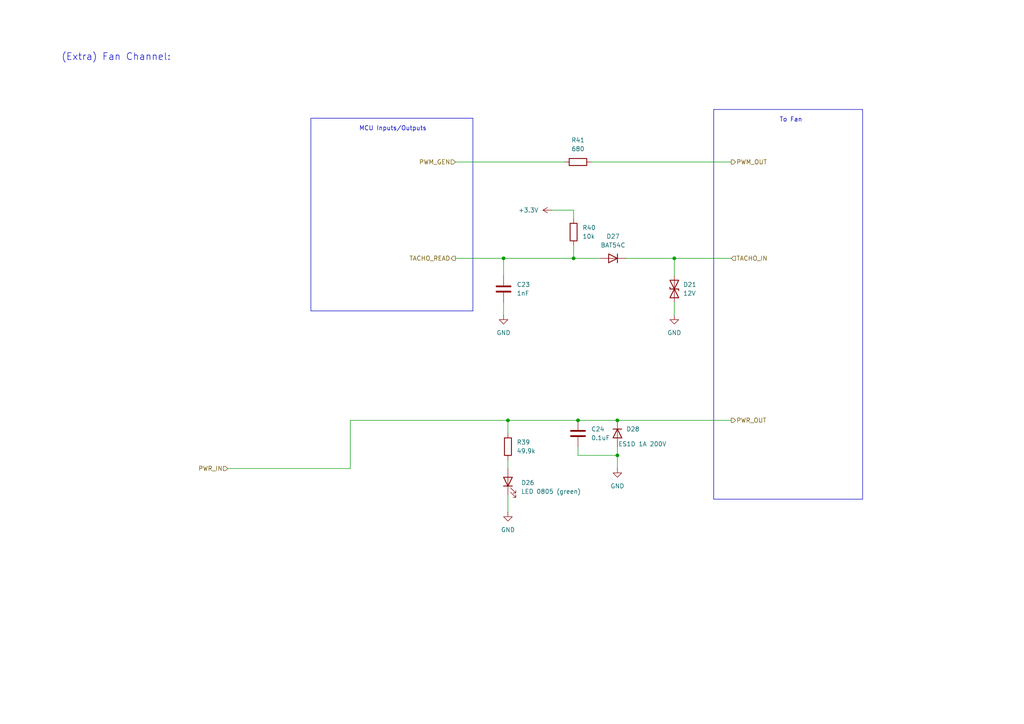
<source format=kicad_sch>
(kicad_sch (version 20231120) (generator "eeschema") (generator_version "8.0")
  (paper "A4")
  (title_block (title "FanPico-0401D v1.0") (date "2024-07-22") (company "Timo Kokkonen <tjko@iki.fi>") (comment 3 "Fanpico firmware reference PCB."))
  (lib_symbols
    (symbol "Device:C" (pin_numbers hide) (pin_names (offset 0.254))
      (property "Reference" "C" (at 0.635 2.54 0))
      (property "Value" "C" (at 0.635 -2.54 0))
      (symbol "C_0_1"
        (polyline (pts (xy -2.032 -0.762) (xy 2.032 -0.762)) (stroke (width 0.508)))
        (polyline (pts (xy -2.032 0.762) (xy 2.032 0.762)) (stroke (width 0.508)))
      )
      (symbol "C_1_1"
        (pin passive line (at 0 3.81 270) (length 2.794) (name "~") (number "1"))
        (pin passive line (at 0 -3.81 90) (length 2.794) (name "~") (number "2"))
      )
    )
    (symbol "Device:D" (pin_numbers hide) (pin_names (offset 1.016) hide)
      (property "Reference" "D" (at 0 2.54 0))
      (property "Value" "D" (at 0 -2.54 0))
      (symbol "D_0_1"
        (polyline (pts (xy -1.27 1.27) (xy -1.27 -1.27)) (stroke (width 0.254)))
        (polyline (pts (xy 1.27 0) (xy -1.27 0)))
        (polyline (pts (xy 1.27 1.27) (xy 1.27 -1.27) (xy -1.27 0) (xy 1.27 1.27)) (stroke (width 0.254)))
      )
      (symbol "D_1_1"
        (pin passive line (at -3.81 0 0) (length 2.54) (name "K") (number "1"))
        (pin passive line (at 3.81 0 180) (length 2.54) (name "A") (number "2"))
      )
    )
    (symbol "Device:D_TVS" (pin_numbers hide) (pin_names (offset 1.016) hide)
      (property "Reference" "D" (at 0 2.54 0))
      (property "Value" "D_TVS" (at 0 -2.54 0))
      (symbol "D_TVS_0_1"
        (polyline (pts (xy 1.27 0) (xy -1.27 0)))
        (polyline (pts (xy 0.508 1.27) (xy 0 1.27) (xy 0 -1.27) (xy -0.508 -1.27)) (stroke (width 0.254)))
        (polyline (pts (xy -2.54 1.27) (xy -2.54 -1.27) (xy 2.54 1.27) (xy 2.54 -1.27) (xy -2.54 1.27)) (stroke (width 0.254)))
      )
      (symbol "D_TVS_1_1"
        (pin passive line (at -3.81 0 0) (length 2.54) (name "A1") (number "1"))
        (pin passive line (at 3.81 0 180) (length 2.54) (name "A2") (number "2"))
      )
    )
    (symbol "Device:LED" (pin_numbers hide) (pin_names (offset 1.016) hide)
      (property "Reference" "D" (at 0 2.54 0))
      (property "Value" "LED" (at 0 -2.54 0))
      (symbol "LED_0_1"
        (polyline (pts (xy -1.27 -1.27) (xy -1.27 1.27)) (stroke (width 0.254)))
        (polyline (pts (xy -1.27 0) (xy 1.27 0)))
        (polyline (pts (xy 1.27 -1.27) (xy 1.27 1.27) (xy -1.27 0) (xy 1.27 -1.27)) (stroke (width 0.254)))
        (polyline (pts (xy -3.048 -0.762) (xy -4.572 -2.286) (xy -3.81 -2.286) (xy -4.572 -2.286) (xy -4.572 -1.524)))
        (polyline (pts (xy -1.778 -0.762) (xy -3.302 -2.286) (xy -2.54 -2.286) (xy -3.302 -2.286) (xy -3.302 -1.524)))
      )
      (symbol "LED_1_1"
        (pin passive line (at -3.81 0 0) (length 2.54) (name "K") (number "1"))
        (pin passive line (at 3.81 0 180) (length 2.54) (name "A") (number "2"))
      )
    )
    (symbol "Device:R" (pin_numbers hide) (pin_names (offset 0))
      (property "Reference" "R" (at 2.032 0 90))
      (property "Value" "R" (at 0 0 90))
      (symbol "R_0_1"
        (rectangle (start -1.016 -2.54) (end 1.016 2.54) (stroke (width 0.254)))
      )
      (symbol "R_1_1"
        (pin passive line (at 0 3.81 270) (length 1.27) (name "~") (number "1"))
        (pin passive line (at 0 -3.81 90) (length 1.27) (name "~") (number "2"))
      )
    )
    (symbol "power:+3.3V" (power) (pin_numbers hide) (pin_names (offset 0) hide)
      (property "Value" "+3.3V" (at 0 3.556 0))
      (symbol "+3.3V_0_1"
        (polyline (pts (xy -0.762 1.27) (xy 0 2.54)))
        (polyline (pts (xy 0 0) (xy 0 2.54)))
        (polyline (pts (xy 0 2.54) (xy 0.762 1.27)))
      )
      (symbol "+3.3V_1_1"
        (pin power_in line (at 0 0 90) (length 0) (name "~") (number "1"))
      )
    )
    (symbol "power:GND" (power) (pin_numbers hide) (pin_names (offset 0) hide)
      (property "Value" "GND" (at 0 -3.81 0))
      (symbol "GND_0_1"
        (polyline (pts (xy 0 0) (xy 0 -1.27) (xy 1.27 -1.27) (xy 0 -2.54) (xy -1.27 -1.27) (xy 0 -1.27)))
      )
      (symbol "GND_1_1"
        (pin power_in line (at 0 0 270) (length 0) (name "~") (number "1"))
      )
    )
  )
  (junction (at 147.32 121.92))
  (junction (at 146.05 74.93))
  (junction (at 195.58 74.93))
  (junction (at 167.64 121.92))
  (junction (at 179.07 132.08))
  (junction (at 179.07 121.92))
  (junction (at 166.37 74.93))
  (wire (pts (xy 195.58 74.93) (xy 195.58 80.01)))
  (polyline (pts (xy 250.19 144.78) (xy 207.01 144.78)))
  (wire (pts (xy 147.32 143.51) (xy 147.32 148.59)))
  (wire (pts (xy 101.6 121.92) (xy 101.6 135.89)))
  (wire (pts (xy 179.07 132.08) (xy 179.07 135.89)))
  (wire (pts (xy 195.58 74.93) (xy 212.09 74.93)))
  (wire (pts (xy 166.37 60.96) (xy 166.37 63.5)))
  (wire (pts (xy 171.45 46.99) (xy 212.09 46.99)))
  (polyline (pts (xy 250.19 31.75) (xy 250.19 144.78)))
  (wire (pts (xy 167.64 129.54) (xy 167.64 132.08)))
  (wire (pts (xy 166.37 71.12) (xy 166.37 74.93)))
  (wire (pts (xy 173.99 74.93) (xy 166.37 74.93)))
  (polyline (pts (xy 90.17 34.29) (xy 137.16 34.29)))
  (polyline (pts (xy 207.01 31.75) (xy 250.19 31.75)))
  (polyline (pts (xy 137.16 90.17) (xy 90.17 90.17)))
  (wire (pts (xy 147.32 121.92) (xy 147.32 125.73)))
  (wire (pts (xy 147.32 133.35) (xy 147.32 135.89)))
  (wire (pts (xy 146.05 87.63) (xy 146.05 91.44)))
  (wire (pts (xy 66.04 135.89) (xy 101.6 135.89)))
  (polyline (pts (xy 90.17 34.29) (xy 90.17 90.17)))
  (wire (pts (xy 179.07 121.92) (xy 212.09 121.92)))
  (wire (pts (xy 179.07 129.54) (xy 179.07 132.08)))
  (wire (pts (xy 146.05 74.93) (xy 132.08 74.93)))
  (wire (pts (xy 146.05 74.93) (xy 146.05 80.01)))
  (wire (pts (xy 167.64 121.92) (xy 179.07 121.92)))
  (wire (pts (xy 166.37 74.93) (xy 146.05 74.93)))
  (wire (pts (xy 147.32 121.92) (xy 167.64 121.92)))
  (polyline (pts (xy 207.01 31.75) (xy 207.01 144.78)))
  (wire (pts (xy 101.6 121.92) (xy 147.32 121.92)))
  (wire (pts (xy 167.64 132.08) (xy 179.07 132.08)))
  (wire (pts (xy 195.58 87.63) (xy 195.58 91.44)))
  (wire (pts (xy 181.61 74.93) (xy 195.58 74.93)))
  (wire (pts (xy 132.08 46.99) (xy 163.83 46.99)))
  (wire (pts (xy 160.02 60.96) (xy 166.37 60.96)))
  (polyline (pts (xy 137.16 34.29) (xy 137.16 90.17)))
  (text "MCU Inputs/Outputs" (at 104.14 38.1 0) (effects (font (size 1.27 1.27)) (justify left bottom)))
  (text "(Extra) Fan Channel: ${SHEETNAME}" (at 17.78 17.78 0) (effects (font (size 2 2)) (justify left bottom)))
  (text "To Fan" (at 226.06 35.56 0) (effects (font (size 1.27 1.27)) (justify left bottom)))
  (hierarchical_label "PWR_OUT" (shape output) (at 212.09 121.92 0))
  (hierarchical_label "TACHO_READ" (shape output) (at 132.08 74.93 180))
  (hierarchical_label "TACHO_IN" (shape input) (at 212.09 74.93 0))
  (hierarchical_label "PWM_GEN" (shape input) (at 132.08 46.99 180))
  (hierarchical_label "PWM_OUT" (shape output) (at 212.09 46.99 0))
  (hierarchical_label "PWR_IN" (shape input) (at 66.04 135.89 180))
  (symbol (lib_id "power:GND") (at 147.32 148.59 0) (unit 1)
    (property "Reference" "#PWR071" (effects (hide yes)))
    (property "Value" "GND" (at 147.32 153.67 0))
    (property "Description" "Power symbol creates a global label with name \"GND\" , ground" (effects (hide yes)))
    (instances (project "fanpico" (path "" (reference "#PWR071") (unit 1)) (path "" (reference "#PWR075") (unit 1)) (path "" (reference "#PWR067") (unit 1))))
  )
  (symbol (lib_id "power:GND") (at 146.05 91.44 0) (unit 1)
    (property "Reference" "#PWR070" (effects (hide yes)))
    (property "Value" "GND" (at 146.05 96.52 0))
    (property "Description" "Power symbol creates a global label with name \"GND\" , ground" (effects (hide yes)))
    (instances (project "fanpico" (path "" (reference "#PWR070") (unit 1)) (path "" (reference "#PWR074") (unit 1)) (path "" (reference "#PWR066") (unit 1))))
  )
  (symbol (lib_id "power:+3.3V") (at 160.02 60.96 90) (unit 1)
    (property "Reference" "#PWR072" (effects (hide yes)))
    (property "Value" "+3.3V" (at 156.21 60.9599 90) (effects (justify left)))
    (property "Description" "Power symbol creates a global label with name \"+3.3V\"" (effects (hide yes)))
    (instances (project "fanpico" (path "" (reference "#PWR072") (unit 1)) (path "" (reference "#PWR076") (unit 1)) (path "" (reference "#PWR068") (unit 1))))
  )
  (symbol (lib_id "Device:C") (at 146.05 83.82 0) (unit 1)
    (property "Reference" "C23" (at 149.86 82.5499 0) (effects (justify left)))
    (property "Value" "1nF" (at 149.86 85.0899 0) (effects (justify left)))
    (property "Footprint" "Capacitor_SMD:C_0603_1608Metric_Pad1.08x0.95mm_HandSolder" (effects (hide yes)))
    (property "Description" "Unpolarized capacitor" (effects (hide yes)))
    (property "LCSC Part Number" "C1588" (effects (hide yes)))
    (instances (project "fanpico" (path "" (reference "C23") (unit 1)) (path "" (reference "C25") (unit 1)) (path "" (reference "C21") (unit 1))))
  )
  (symbol (lib_id "Device:C") (at 167.64 125.73 0) (unit 1)
    (property "Reference" "C24" (at 171.45 124.4599 0) (effects (justify left)))
    (property "Value" "0.1uF" (at 171.45 126.9999 0) (effects (justify left)))
    (property "Footprint" "Capacitor_SMD:C_0603_1608Metric_Pad1.08x0.95mm_HandSolder" (effects (hide yes)))
    (property "Description" "Unpolarized capacitor" (effects (hide yes)))
    (property "LCSC Part Number" "C1591" (effects (hide yes)))
    (instances (project "fanpico" (path "" (reference "C24") (unit 1)) (path "" (reference "C26") (unit 1)) (path "" (reference "C22") (unit 1))))
  )
  (symbol (lib_id "power:GND") (at 195.58 91.44 0) (unit 1)
    (property "Reference" "#PWR022" (effects (hide yes)))
    (property "Value" "GND" (at 195.58 96.52 0))
    (property "Description" "Power symbol creates a global label with name \"GND\" , ground" (effects (hide yes)))
    (instances (project "fanpico" (path "" (reference "#PWR022") (unit 1)) (path "" (reference "#PWR023") (unit 1)) (path "" (reference "#PWR020") (unit 1))))
  )
  (symbol (lib_id "Device:R") (at 147.32 129.54 0) (unit 1)
    (property "Reference" "R39" (at 149.86 128.2699 0) (effects (justify left)))
    (property "Value" "49.9k" (at 149.86 130.8099 0) (effects (justify left)))
    (property "Footprint" "Resistor_SMD:R_0603_1608Metric_Pad0.98x0.95mm_HandSolder" (effects (hide yes)))
    (property "Description" "Resistor" (effects (hide yes)))
    (property "LCSC Part Number" "C114624" (effects (hide yes)))
    (instances (project "fanpico" (path "" (reference "R39") (unit 1)) (path "" (reference "R42") (unit 1)) (path "" (reference "R36") (unit 1))))
  )
  (symbol (lib_id "Device:D_TVS") (at 195.58 83.82 90) (unit 1)
    (property "Reference" "D21" (at 198.12 82.5499 90) (effects (justify right)))
    (property "Value" "12V" (at 198.12 85.0899 90) (effects (justify right)))
    (property "Footprint" "Diode_SMD:D_SOD-323_HandSoldering" (effects (hide yes)))
    (property "Description" "Bidirectional transient-voltage-suppression diode" (effects (hide yes)))
    (property "LCSC Part Number" "C502541 or C5199168" (effects (hide yes)))
    (instances (project "fanpico" (path "" (reference "D21") (unit 1)) (path "" (reference "D22") (unit 1)) (path "" (reference "D20") (unit 1))))
  )
  (symbol (lib_id "Device:R") (at 166.37 67.31 180) (unit 1)
    (property "Reference" "R40" (at 168.91 66.0399 0) (effects (justify right)))
    (property "Value" "10k" (at 168.91 68.5799 0) (effects (justify right)))
    (property "Footprint" "Resistor_SMD:R_0603_1608Metric_Pad0.98x0.95mm_HandSolder" (effects (hide yes)))
    (property "Description" "Resistor" (effects (hide yes)))
    (property "LCSC Part Number" "C98220" (effects (hide yes)))
    (instances (project "fanpico" (path "" (reference "R40") (unit 1)) (path "" (reference "R43") (unit 1)) (path "" (reference "R37") (unit 1))))
  )
  (symbol (lib_id "Device:D") (at 179.07 125.73 270) (unit 1)
    (property "Reference" "D28" (at 181.61 124.4599 90) (effects (justify left)))
    (property "Value" "ES1D 1A 200V" (at 179.324 128.778 90) (effects (justify left)))
    (property "Footprint" "Diode_SMD:D_SMA_Handsoldering" (effects (hide yes)))
    (property "Description" "Diode" (effects (hide yes)))
    (property "LCSC Part Number" "C445494" (effects (hide yes)))
    (property "Sim.Device" "D" (effects (hide yes)))
    (property "Sim.Pins" "1=K 2=A" (effects (hide yes)))
    (property "Mouser Part Number" "512-ES1D" (effects (hide yes)))
    (instances (project "fanpico" (path "" (reference "D28") (unit 1)) (path "" (reference "D31") (unit 1)) (path "" (reference "D25") (unit 1))))
  )
  (symbol (lib_id "Device:D") (at 177.8 74.93 180) (unit 1)
    (property "Reference" "D27" (at 177.8 68.58 0))
    (property "Value" "BAT54C" (at 177.8 71.12 0))
    (property "Footprint" "FanPico:D_SOT-23_ANK" (effects (hide yes)))
    (property "Description" "Diode" (effects (hide yes)))
    (property "LCSC Part Number" "C2844172" (effects (hide yes)))
    (property "Sim.Device" "D" (effects (hide yes)))
    (property "Sim.Pins" "1=K 2=A" (effects (hide yes)))
    (property "Mouser Part Number" "241-BAT54C_R1_00001" (effects (hide yes)))
    (instances (project "fanpico" (path "" (reference "D27") (unit 1)) (path "" (reference "D30") (unit 1)) (path "" (reference "D24") (unit 1))))
  )
  (symbol (lib_id "power:GND") (at 179.07 135.89 0) (unit 1)
    (property "Reference" "#PWR073" (effects (hide yes)))
    (property "Value" "GND" (at 179.07 140.97 0))
    (property "Description" "Power symbol creates a global label with name \"GND\" , ground" (effects (hide yes)))
    (instances (project "fanpico" (path "" (reference "#PWR073") (unit 1)) (path "" (reference "#PWR077") (unit 1)) (path "" (reference "#PWR069") (unit 1))))
  )
  (symbol (lib_id "Device:R") (at 167.64 46.99 90) (unit 1)
    (property "Reference" "R41" (at 167.64 40.64 90))
    (property "Value" "680" (at 167.64 43.18 90))
    (property "Footprint" "Resistor_SMD:R_0603_1608Metric_Pad0.98x0.95mm_HandSolder" (effects (hide yes)))
    (property "Description" "Resistor" (effects (hide yes)))
    (property "LCSC Part Number" "C115415" (effects (hide yes)))
    (instances (project "fanpico" (path "" (reference "R41") (unit 1)) (path "" (reference "R44") (unit 1)) (path "" (reference "R38") (unit 1))))
  )
  (symbol (lib_id "Device:LED") (at 147.32 139.7 90) (unit 1)
    (property "Reference" "D26" (at 151.13 140.0174 90) (effects (justify right)))
    (property "Value" "LED 0805 (green)" (at 151.13 142.5574 90) (effects (justify right)))
    (property "Footprint" "LED_SMD:LED_0805_2012Metric_Pad1.15x1.40mm_HandSolder" (effects (hide yes)))
    (property "Description" "Light emitting diode" (effects (hide yes)))
    (property "LCSC Part Number" "C434432" (effects (hide yes)))
    (property "Mouser Part Number" "710-150080GS75000" (effects (hide yes)))
    (instances (project "fanpico" (path "" (reference "D26") (unit 1)) (path "" (reference "D29") (unit 1)) (path "" (reference "D23") (unit 1))))
  )
)
</source>
